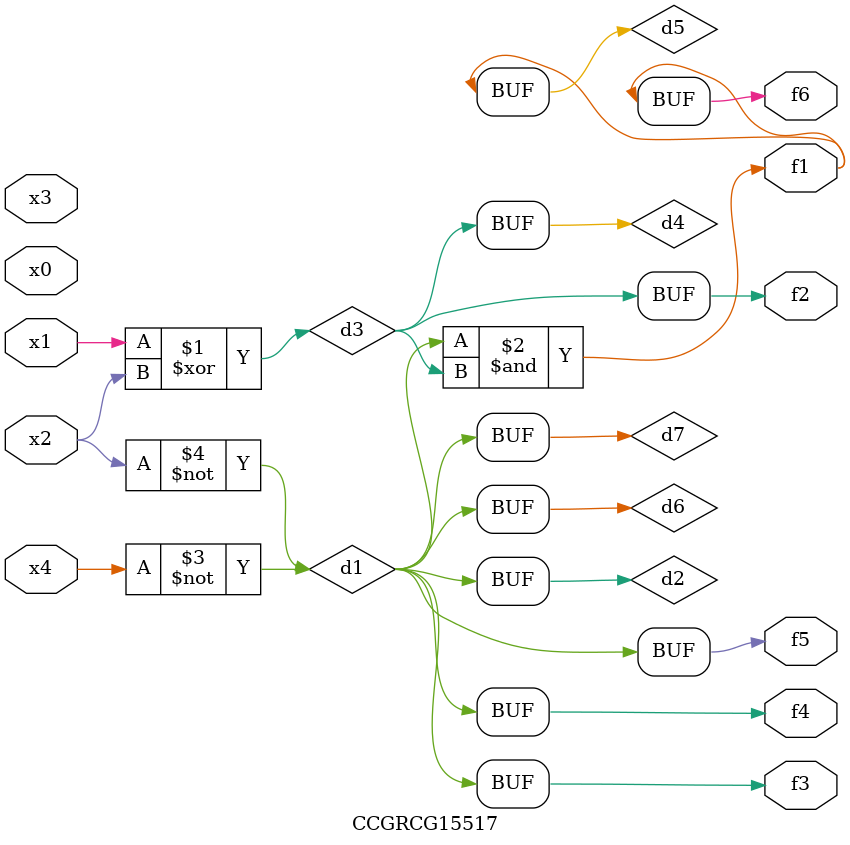
<source format=v>
module CCGRCG15517(
	input x0, x1, x2, x3, x4,
	output f1, f2, f3, f4, f5, f6
);

	wire d1, d2, d3, d4, d5, d6, d7;

	not (d1, x4);
	not (d2, x2);
	xor (d3, x1, x2);
	buf (d4, d3);
	and (d5, d1, d3);
	buf (d6, d1, d2);
	buf (d7, d2);
	assign f1 = d5;
	assign f2 = d4;
	assign f3 = d7;
	assign f4 = d7;
	assign f5 = d7;
	assign f6 = d5;
endmodule

</source>
